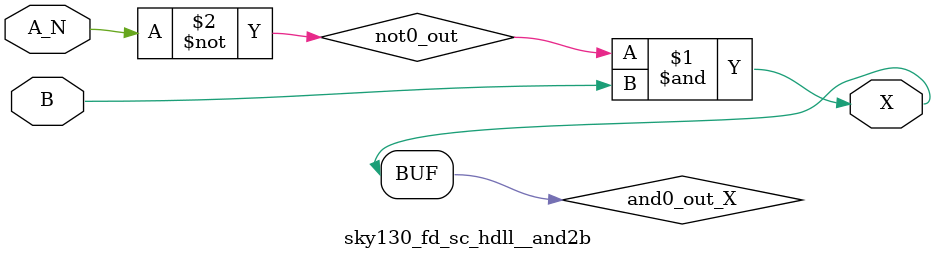
<source format=v>
/*
 * Copyright 2020 The SkyWater PDK Authors
 *
 * Licensed under the Apache License, Version 2.0 (the "License");
 * you may not use this file except in compliance with the License.
 * You may obtain a copy of the License at
 *
 *     https://www.apache.org/licenses/LICENSE-2.0
 *
 * Unless required by applicable law or agreed to in writing, software
 * distributed under the License is distributed on an "AS IS" BASIS,
 * WITHOUT WARRANTIES OR CONDITIONS OF ANY KIND, either express or implied.
 * See the License for the specific language governing permissions and
 * limitations under the License.
 *
 * SPDX-License-Identifier: Apache-2.0
*/


`ifndef SKY130_FD_SC_HDLL__AND2B_FUNCTIONAL_V
`define SKY130_FD_SC_HDLL__AND2B_FUNCTIONAL_V

/**
 * and2b: 2-input AND, first input inverted.
 *
 * Verilog simulation functional model.
 */

`timescale 1ns / 1ps
`default_nettype none

`celldefine
module sky130_fd_sc_hdll__and2b (
    X  ,
    A_N,
    B
);

    // Module ports
    output X  ;
    input  A_N;
    input  B  ;

    // Local signals
    wire not0_out  ;
    wire and0_out_X;

    //  Name  Output      Other arguments
    not not0 (not0_out  , A_N            );
    and and0 (and0_out_X, not0_out, B    );
    buf buf0 (X         , and0_out_X     );

endmodule
`endcelldefine

`default_nettype wire
`endif  // SKY130_FD_SC_HDLL__AND2B_FUNCTIONAL_V
</source>
